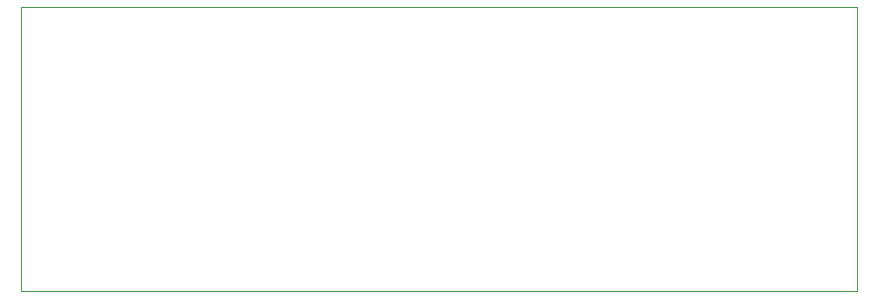
<source format=gbr>
%TF.GenerationSoftware,KiCad,Pcbnew,(6.0.1)*%
%TF.CreationDate,2022-09-28T11:42:46-07:00*%
%TF.ProjectId,BonkDaddyBoard,426f6e6b-4461-4646-9479-426f6172642e,1.1*%
%TF.SameCoordinates,Original*%
%TF.FileFunction,Profile,NP*%
%FSLAX46Y46*%
G04 Gerber Fmt 4.6, Leading zero omitted, Abs format (unit mm)*
G04 Created by KiCad (PCBNEW (6.0.1)) date 2022-09-28 11:42:46*
%MOMM*%
%LPD*%
G01*
G04 APERTURE LIST*
%TA.AperFunction,Profile*%
%ADD10C,0.050000*%
%TD*%
G04 APERTURE END LIST*
D10*
X120800000Y-50000000D02*
X120800000Y-74000000D01*
X50000000Y-50000000D02*
X120800000Y-50000000D01*
X50000000Y-74000000D02*
X120800000Y-74000000D01*
X50000000Y-50000000D02*
X50000000Y-74000000D01*
M02*

</source>
